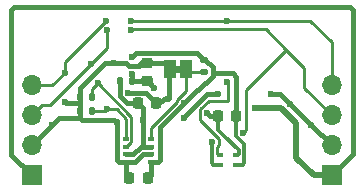
<source format=gbr>
%TF.GenerationSoftware,KiCad,Pcbnew,6.0.11-2627ca5db0~126~ubuntu22.04.1*%
%TF.CreationDate,2023-09-09T09:48:06+02:00*%
%TF.ProjectId,I2C_Module_SHT45_BME280_FUEL4EP,4932435f-4d6f-4647-956c-655f53485434,V1.0*%
%TF.SameCoordinates,Original*%
%TF.FileFunction,Copper,L1,Top*%
%TF.FilePolarity,Positive*%
%FSLAX46Y46*%
G04 Gerber Fmt 4.6, Leading zero omitted, Abs format (unit mm)*
G04 Created by KiCad (PCBNEW 6.0.11-2627ca5db0~126~ubuntu22.04.1) date 2023-09-09 09:48:06*
%MOMM*%
%LPD*%
G01*
G04 APERTURE LIST*
G04 Aperture macros list*
%AMRoundRect*
0 Rectangle with rounded corners*
0 $1 Rounding radius*
0 $2 $3 $4 $5 $6 $7 $8 $9 X,Y pos of 4 corners*
0 Add a 4 corners polygon primitive as box body*
4,1,4,$2,$3,$4,$5,$6,$7,$8,$9,$2,$3,0*
0 Add four circle primitives for the rounded corners*
1,1,$1+$1,$2,$3*
1,1,$1+$1,$4,$5*
1,1,$1+$1,$6,$7*
1,1,$1+$1,$8,$9*
0 Add four rect primitives between the rounded corners*
20,1,$1+$1,$2,$3,$4,$5,0*
20,1,$1+$1,$4,$5,$6,$7,0*
20,1,$1+$1,$6,$7,$8,$9,0*
20,1,$1+$1,$8,$9,$2,$3,0*%
G04 Aperture macros list end*
%TA.AperFunction,SMDPad,CuDef*%
%ADD10RoundRect,0.225000X0.250000X-0.225000X0.250000X0.225000X-0.250000X0.225000X-0.250000X-0.225000X0*%
%TD*%
%TA.AperFunction,ComponentPad*%
%ADD11R,1.700000X1.700000*%
%TD*%
%TA.AperFunction,ComponentPad*%
%ADD12O,1.700000X1.700000*%
%TD*%
%TA.AperFunction,SMDPad,CuDef*%
%ADD13RoundRect,0.147500X-0.147500X-0.172500X0.147500X-0.172500X0.147500X0.172500X-0.147500X0.172500X0*%
%TD*%
%TA.AperFunction,SMDPad,CuDef*%
%ADD14R,0.500000X0.350000*%
%TD*%
%TA.AperFunction,SMDPad,CuDef*%
%ADD15R,1.000000X1.500000*%
%TD*%
%TA.AperFunction,SMDPad,CuDef*%
%ADD16RoundRect,0.225000X0.225000X0.250000X-0.225000X0.250000X-0.225000X-0.250000X0.225000X-0.250000X0*%
%TD*%
%TA.AperFunction,SMDPad,CuDef*%
%ADD17RoundRect,0.135000X0.135000X0.185000X-0.135000X0.185000X-0.135000X-0.185000X0.135000X-0.185000X0*%
%TD*%
%TA.AperFunction,SMDPad,CuDef*%
%ADD18RoundRect,0.135000X-0.185000X0.135000X-0.185000X-0.135000X0.185000X-0.135000X0.185000X0.135000X0*%
%TD*%
%TA.AperFunction,SMDPad,CuDef*%
%ADD19R,0.500000X0.300000*%
%TD*%
%TA.AperFunction,SMDPad,CuDef*%
%ADD20RoundRect,0.225000X-0.225000X-0.250000X0.225000X-0.250000X0.225000X0.250000X-0.225000X0.250000X0*%
%TD*%
%TA.AperFunction,ViaPad*%
%ADD21C,0.600000*%
%TD*%
%TA.AperFunction,Conductor*%
%ADD22C,0.500000*%
%TD*%
%TA.AperFunction,Conductor*%
%ADD23C,0.400000*%
%TD*%
%TA.AperFunction,Conductor*%
%ADD24C,0.300000*%
%TD*%
%TA.AperFunction,Conductor*%
%ADD25C,0.250000*%
%TD*%
G04 APERTURE END LIST*
%TO.C,JP1*%
G36*
X15160000Y10685000D02*
G01*
X14660000Y10685000D01*
X14660000Y11285000D01*
X15160000Y11285000D01*
X15160000Y10685000D01*
G37*
%TD*%
D10*
%TO.P,C1,1*%
%TO.N,VDDA*%
X12300000Y9975000D03*
%TO.P,C1,2*%
%TO.N,GND*%
X12300000Y11525000D03*
%TD*%
D11*
%TO.P,J1,1,Pin_1*%
%TO.N,VCC*%
X2500000Y2000000D03*
D12*
%TO.P,J1,2,Pin_2*%
%TO.N,GND*%
X2500000Y4540000D03*
%TO.P,J1,3,Pin_3*%
%TO.N,/SCL*%
X2500000Y7080000D03*
%TO.P,J1,4,Pin_4*%
%TO.N,/SDA*%
X2500000Y9620000D03*
%TD*%
D13*
%TO.P,FB1,1*%
%TO.N,VCC*%
X10015000Y10000000D03*
%TO.P,FB1,2*%
%TO.N,VDDA*%
X10985000Y10000000D03*
%TD*%
D11*
%TO.P,J2,1,Pin_1*%
%TO.N,VCC*%
X27900000Y2000000D03*
D12*
%TO.P,J2,2,Pin_2*%
%TO.N,GND*%
X27900000Y4540000D03*
%TO.P,J2,3,Pin_3*%
%TO.N,/SCL*%
X27900000Y7080000D03*
%TO.P,J2,4,Pin_4*%
%TO.N,/SDA*%
X27900000Y9620000D03*
%TD*%
D14*
%TO.P,U1,1,GND*%
%TO.N,GND*%
X10525000Y3125000D03*
%TO.P,U1,2,CSB*%
%TO.N,VCC*%
X10525000Y3775000D03*
%TO.P,U1,3,SDI*%
%TO.N,/SDA*%
X10525000Y4425000D03*
%TO.P,U1,4,SCK*%
%TO.N,/SCL*%
X10525000Y5075000D03*
%TO.P,U1,5,SDO*%
%TO.N,Net-(JP1-Pad2)*%
X12575000Y5075000D03*
%TO.P,U1,6,VDDIO*%
%TO.N,VCC*%
X12575000Y4425000D03*
%TO.P,U1,7,GND*%
%TO.N,GND*%
X12575000Y3775000D03*
%TO.P,U1,8,VDD*%
%TO.N,VDDA*%
X12575000Y3125000D03*
%TD*%
D15*
%TO.P,JP1,1,A*%
%TO.N,GND*%
X14260000Y10985000D03*
%TO.P,JP1,2,B*%
%TO.N,Net-(JP1-Pad2)*%
X15560000Y10985000D03*
%TD*%
D16*
%TO.P,C3,1*%
%TO.N,GND*%
X13075000Y8100000D03*
%TO.P,C3,2*%
%TO.N,VCC*%
X11525000Y8100000D03*
%TD*%
D17*
%TO.P,R1,1*%
%TO.N,/SDA*%
X7622000Y8636000D03*
%TO.P,R1,2*%
%TO.N,GND*%
X6602000Y8636000D03*
%TD*%
D18*
%TO.P,R3,1*%
%TO.N,VDDA*%
X17100000Y11810000D03*
%TO.P,R3,2*%
%TO.N,Net-(JP1-Pad2)*%
X17100000Y10790000D03*
%TD*%
D19*
%TO.P,U2,1,SDA*%
%TO.N,/SDA*%
X18425000Y3725000D03*
%TO.P,U2,2,SCL*%
%TO.N,/SCL*%
X18425000Y2925000D03*
%TO.P,U2,3,VDD*%
%TO.N,VDDA*%
X19825000Y2925000D03*
%TO.P,U2,4,VSS*%
%TO.N,GND*%
X19825000Y3725000D03*
%TD*%
D20*
%TO.P,C4,1*%
%TO.N,GND*%
X10775000Y1800000D03*
%TO.P,C4,2*%
%TO.N,VDDA*%
X12325000Y1800000D03*
%TD*%
D17*
%TO.P,R2,1*%
%TO.N,/SCL*%
X7642000Y7421000D03*
%TO.P,R2,2*%
%TO.N,GND*%
X6622000Y7421000D03*
%TD*%
D20*
%TO.P,C2,1*%
%TO.N,GND*%
X18275000Y7000000D03*
%TO.P,C2,2*%
%TO.N,VDDA*%
X19825000Y7000000D03*
%TD*%
D21*
%TO.N,VCC*%
X18274735Y8935823D03*
X11925000Y6675000D03*
X21422500Y7696884D03*
X15368742Y6831258D03*
%TO.N,GND*%
X4250000Y6290000D03*
X17358500Y7282551D03*
X12252178Y11675500D03*
X26180000Y6260000D03*
X5300000Y8200000D03*
X14019014Y8491742D03*
X9500500Y11500500D03*
X9700000Y6500000D03*
X24410000Y8030000D03*
X22800000Y8900000D03*
X10700000Y9000000D03*
%TO.N,/SCL*%
X8857217Y14300000D03*
X7500000Y11400000D03*
X8900000Y7600000D03*
X10900000Y14300000D03*
X17780000Y4826000D03*
X20400000Y5600000D03*
%TO.N,/SDA*%
X19050000Y9950000D03*
X19050000Y15050000D03*
X5300000Y10700000D03*
X8786493Y15096368D03*
X10900000Y15099503D03*
X8100000Y9800002D03*
%TO.N,VDDA*%
X10985000Y10597577D03*
X11000000Y12000000D03*
X12900000Y9400000D03*
X15395802Y8104198D03*
%TD*%
D22*
%TO.N,VCC*%
X26400000Y2000000D02*
X24900000Y3500000D01*
D23*
X11750000Y4425000D02*
X11100000Y3775000D01*
X17380493Y8935823D02*
X18274735Y8935823D01*
X1016000Y16256000D02*
X29464000Y16256000D01*
X11100000Y3775000D02*
X10525000Y3775000D01*
X15368742Y6924072D02*
X17380493Y8935823D01*
X29718000Y3818000D02*
X27900000Y2000000D01*
D22*
X23603116Y7696884D02*
X21422500Y7696884D01*
X27900000Y2000000D02*
X26400000Y2000000D01*
D23*
X29464000Y16256000D02*
X29718000Y16002000D01*
X762000Y3738000D02*
X762000Y16002000D01*
X10000500Y8710257D02*
X10610757Y8100000D01*
X10000500Y9289743D02*
X10000500Y8710257D01*
X10015000Y10000000D02*
X10015000Y9304243D01*
X11925000Y4500000D02*
X11925000Y7700000D01*
X762000Y16002000D02*
X1016000Y16256000D01*
X10610757Y8100000D02*
X11525000Y8100000D01*
D22*
X24900000Y6400000D02*
X23603116Y7696884D01*
D23*
X10015000Y9304243D02*
X10000500Y9289743D01*
X12000000Y4425000D02*
X11925000Y4500000D01*
D22*
X24900000Y3500000D02*
X24900000Y6400000D01*
D23*
X12575000Y4425000D02*
X11750000Y4425000D01*
X762000Y3738000D02*
X2500000Y2000000D01*
X11925000Y7700000D02*
X11525000Y8100000D01*
X15368742Y6831258D02*
X15368742Y6924072D01*
X29718000Y16002000D02*
X29718000Y3818000D01*
X12575000Y4425000D02*
X12000000Y4425000D01*
%TO.N,GND*%
X18275000Y7000000D02*
X17641051Y7000000D01*
X10725000Y8975000D02*
X12200000Y8975000D01*
X10525000Y2050000D02*
X10775000Y1800000D01*
X9875000Y3125000D02*
X9700000Y3300000D01*
D24*
X19937132Y3725000D02*
X19825000Y3725000D01*
D23*
X14100000Y8572728D02*
X14019014Y8491742D01*
X9700000Y3300000D02*
X9700000Y6500000D01*
X6602000Y9396000D02*
X6602000Y8636000D01*
D24*
X18796000Y5334000D02*
X18275000Y5855000D01*
D23*
X10725000Y8975000D02*
X10700000Y9000000D01*
X9469000Y6731000D02*
X9700000Y6500000D01*
X10510257Y11500500D02*
X9500500Y11500500D01*
D24*
X18828132Y5334000D02*
X20025000Y4137132D01*
D23*
X14100000Y10825000D02*
X14100000Y8572728D01*
X13691742Y8491742D02*
X14019014Y8491742D01*
X24410000Y8030000D02*
X23540000Y8900000D01*
D24*
X18275000Y5855000D02*
X18275000Y7000000D01*
D23*
X6622000Y8110000D02*
X5390000Y8110000D01*
X11589743Y11300500D02*
X10710257Y11300500D01*
X10525000Y3125000D02*
X10525000Y2050000D01*
X17641051Y7000000D02*
X17358500Y7282551D01*
D24*
X20025000Y3812868D02*
X19937132Y3725000D01*
D23*
X6731000Y6731000D02*
X9469000Y6731000D01*
X13300000Y8100000D02*
X13691742Y8491742D01*
X6682000Y6780000D02*
X6731000Y6731000D01*
X12275500Y11500500D02*
X11789743Y11500500D01*
D24*
X20025000Y4137132D02*
X20025000Y3812868D01*
D23*
X5390000Y8110000D02*
X5300000Y8200000D01*
X6622000Y6840000D02*
X6682000Y6780000D01*
X26180000Y6260000D02*
X24410000Y8030000D01*
X23540000Y8900000D02*
X22800000Y8900000D01*
X13075000Y8100000D02*
X12200000Y8975000D01*
X4818000Y6858000D02*
X6604000Y6858000D01*
D24*
X18828132Y5334000D02*
X18796000Y5334000D01*
D23*
X11789743Y11500500D02*
X11589743Y11300500D01*
X12575000Y3775000D02*
X11947822Y3775000D01*
X6622000Y7421000D02*
X6622000Y6840000D01*
X13720000Y11525000D02*
X14260000Y10985000D01*
X10525000Y3125000D02*
X9875000Y3125000D01*
X12300000Y11525000D02*
X13720000Y11525000D01*
X6622000Y8110000D02*
X6622000Y8616000D01*
X6604000Y6858000D02*
X6682000Y6780000D01*
X11297822Y3125000D02*
X10525000Y3125000D01*
X11947822Y3775000D02*
X11297822Y3125000D01*
X10710257Y11300500D02*
X10510257Y11500500D01*
X2500000Y4540000D02*
X4250000Y6290000D01*
X8706500Y11500500D02*
X6602000Y9396000D01*
X9500500Y11500500D02*
X8706500Y11500500D01*
X27900000Y4540000D02*
X26180000Y6260000D01*
X6622000Y7421000D02*
X6622000Y8110000D01*
X4250000Y6290000D02*
X4818000Y6858000D01*
D25*
%TO.N,/SCL*%
X10525000Y5075000D02*
X10525000Y6808311D01*
D24*
X18425000Y2925000D02*
X17875000Y2925000D01*
D25*
X25600000Y9380000D02*
X25600000Y11100000D01*
X8721000Y7421000D02*
X8900000Y7600000D01*
X20642000Y5842000D02*
X20400000Y5600000D01*
D24*
X17780000Y3020000D02*
X17780000Y4826000D01*
D25*
X3350000Y7930000D02*
X4030000Y7930000D01*
X24065000Y12635000D02*
X20642000Y9212000D01*
X9733311Y7600000D02*
X8900000Y7600000D01*
X7642000Y7421000D02*
X8721000Y7421000D01*
X27900000Y7080000D02*
X25600000Y9380000D01*
X7500000Y11400000D02*
X8857217Y12757217D01*
X2500000Y7080000D02*
X3350000Y7930000D01*
X24065000Y12635000D02*
X25600000Y11100000D01*
X8857217Y12757217D02*
X8857217Y14300000D01*
X10900000Y14300000D02*
X10974500Y14374500D01*
X10525000Y6808311D02*
X9733311Y7600000D01*
X10974500Y14374500D02*
X22325500Y14374500D01*
D24*
X17875000Y2925000D02*
X17780000Y3020000D01*
D25*
X4030000Y7930000D02*
X7500000Y11400000D01*
X20642000Y9212000D02*
X20642000Y5842000D01*
X22325500Y14374500D02*
X24065000Y12635000D01*
%TO.N,/SDA*%
X7622000Y9322002D02*
X8100000Y9800002D01*
X4220000Y9620000D02*
X5300000Y10700000D01*
X18224501Y3825499D02*
X18325000Y3725000D01*
X27900000Y9620000D02*
X27900000Y13300000D01*
X26100497Y15099503D02*
X10900000Y15099503D01*
X19124500Y8341323D02*
X17485323Y8341323D01*
X7622000Y8636000D02*
X7622000Y9322002D01*
X19124500Y9875500D02*
X19124500Y8341323D01*
X18374500Y5072250D02*
X18374500Y4579750D01*
X2500000Y9620000D02*
X4220000Y9620000D01*
X16764000Y7620000D02*
X16764000Y6682750D01*
X27900000Y13300000D02*
X26100497Y15099503D01*
X17485323Y8341323D02*
X16764000Y7620000D01*
X8770408Y15096368D02*
X8786493Y15096368D01*
X10950000Y4850000D02*
X10950000Y6950002D01*
X5300000Y11625960D02*
X8770408Y15096368D01*
X19050000Y9950000D02*
X19124500Y9875500D01*
X18224501Y4429751D02*
X18224501Y3825499D01*
X16764000Y6682750D02*
X18374500Y5072250D01*
X10525000Y4425000D02*
X10950000Y4850000D01*
X5300000Y10700000D02*
X5300000Y11625960D01*
X10950000Y6950002D02*
X8100000Y9800002D01*
X18374500Y4579750D02*
X18224501Y4429751D01*
D23*
%TO.N,VDDA*%
X10985000Y10000000D02*
X10985000Y10597577D01*
X13375000Y3275000D02*
X13375000Y6083396D01*
X17820000Y10433396D02*
X16578606Y9192002D01*
X17820000Y10670000D02*
X17820000Y10433396D01*
D24*
X19825000Y2925000D02*
X20375000Y2925000D01*
D23*
X12325000Y9975000D02*
X12900000Y9400000D01*
X12575000Y3125000D02*
X13225000Y3125000D01*
X16535000Y12375000D02*
X17100000Y11810000D01*
D24*
X19780500Y5343394D02*
X19780500Y6955500D01*
X20375000Y2925000D02*
X20494501Y3044501D01*
D23*
X19850000Y10350000D02*
X19850000Y7025000D01*
X12575000Y2050000D02*
X12325000Y1800000D01*
X11000000Y12000000D02*
X11375000Y12375000D01*
X11375000Y12375000D02*
X16535000Y12375000D01*
X13375000Y6083396D02*
X15395802Y8104198D01*
X16483606Y9192002D02*
X15395802Y8104198D01*
X19530000Y10670000D02*
X19850000Y10350000D01*
X17820000Y10670000D02*
X19530000Y10670000D01*
X12575000Y3125000D02*
X12575000Y2050000D01*
X12300000Y9975000D02*
X11010000Y9975000D01*
X13225000Y3125000D02*
X13375000Y3275000D01*
X16578606Y9192002D02*
X16483606Y9192002D01*
X17156604Y11810000D02*
X17820000Y11146604D01*
X17820000Y11146604D02*
X17820000Y10670000D01*
D24*
X20494501Y4629393D02*
X19780500Y5343394D01*
X20494501Y3044501D02*
X20494501Y4629393D01*
D25*
%TO.N,Net-(JP1-Pad2)*%
X14771302Y8221454D02*
X14771302Y8362875D01*
X15560000Y9151573D02*
X15560000Y10985000D01*
X14771302Y8362875D02*
X15560000Y9151573D01*
X12575000Y5075000D02*
X12575000Y6025152D01*
X17100000Y10790000D02*
X15755000Y10790000D01*
X12575000Y6025152D02*
X14771302Y8221454D01*
%TD*%
M02*

</source>
